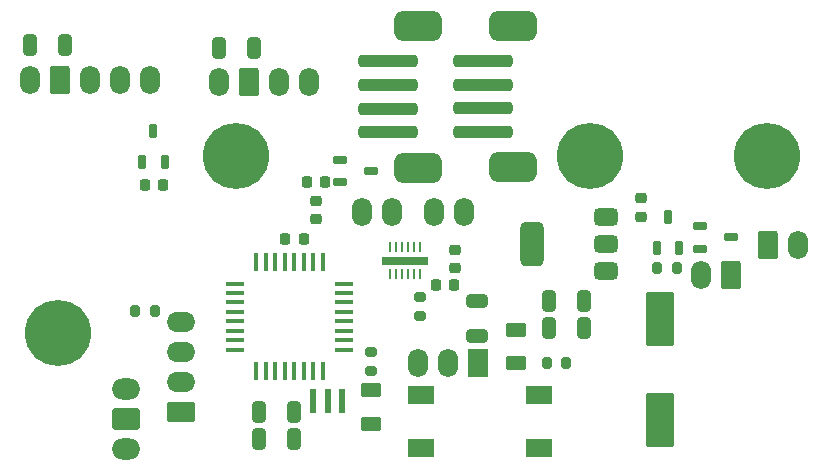
<source format=gbr>
%TF.GenerationSoftware,KiCad,Pcbnew,9.0.6*%
%TF.CreationDate,2026-01-16T11:33:12+01:00*%
%TF.ProjectId,PhatBoy_kicad_mark2025,50686174-426f-4795-9f6b-696361645f6d,rev?*%
%TF.SameCoordinates,Original*%
%TF.FileFunction,Soldermask,Top*%
%TF.FilePolarity,Negative*%
%FSLAX46Y46*%
G04 Gerber Fmt 4.6, Leading zero omitted, Abs format (unit mm)*
G04 Created by KiCad (PCBNEW 9.0.6) date 2026-01-16 11:33:12*
%MOMM*%
%LPD*%
G01*
G04 APERTURE LIST*
G04 Aperture macros list*
%AMRoundRect*
0 Rectangle with rounded corners*
0 $1 Rounding radius*
0 $2 $3 $4 $5 $6 $7 $8 $9 X,Y pos of 4 corners*
0 Add a 4 corners polygon primitive as box body*
4,1,4,$2,$3,$4,$5,$6,$7,$8,$9,$2,$3,0*
0 Add four circle primitives for the rounded corners*
1,1,$1+$1,$2,$3*
1,1,$1+$1,$4,$5*
1,1,$1+$1,$6,$7*
1,1,$1+$1,$8,$9*
0 Add four rect primitives between the rounded corners*
20,1,$1+$1,$2,$3,$4,$5,0*
20,1,$1+$1,$4,$5,$6,$7,0*
20,1,$1+$1,$6,$7,$8,$9,0*
20,1,$1+$1,$8,$9,$2,$3,0*%
G04 Aperture macros list end*
%ADD10RoundRect,0.225000X-0.225000X-0.250000X0.225000X-0.250000X0.225000X0.250000X-0.225000X0.250000X0*%
%ADD11RoundRect,0.250000X0.625000X-0.375000X0.625000X0.375000X-0.625000X0.375000X-0.625000X-0.375000X0*%
%ADD12RoundRect,0.200000X0.200000X0.275000X-0.200000X0.275000X-0.200000X-0.275000X0.200000X-0.275000X0*%
%ADD13RoundRect,0.250000X-0.650000X0.325000X-0.650000X-0.325000X0.650000X-0.325000X0.650000X0.325000X0*%
%ADD14RoundRect,0.162500X-0.447500X-0.162500X0.447500X-0.162500X0.447500X0.162500X-0.447500X0.162500X0*%
%ADD15RoundRect,0.250000X-0.325000X-0.650000X0.325000X-0.650000X0.325000X0.650000X-0.325000X0.650000X0*%
%ADD16R,0.279400X0.900000*%
%ADD17R,4.000000X0.800000*%
%ADD18RoundRect,0.162500X0.162500X-0.447500X0.162500X0.447500X-0.162500X0.447500X-0.162500X-0.447500X0*%
%ADD19RoundRect,0.225000X0.250000X-0.225000X0.250000X0.225000X-0.250000X0.225000X-0.250000X-0.225000X0*%
%ADD20RoundRect,0.625000X-1.375000X0.625000X-1.375000X-0.625000X1.375000X-0.625000X1.375000X0.625000X0*%
%ADD21RoundRect,0.250000X-2.250000X0.250000X-2.250000X-0.250000X2.250000X-0.250000X2.250000X0.250000X0*%
%ADD22C,5.600000*%
%ADD23RoundRect,0.375000X0.625000X0.375000X-0.625000X0.375000X-0.625000X-0.375000X0.625000X-0.375000X0*%
%ADD24RoundRect,0.500000X0.500000X1.400000X-0.500000X1.400000X-0.500000X-1.400000X0.500000X-1.400000X0*%
%ADD25O,1.700000X2.400000*%
%ADD26RoundRect,0.250000X-0.600000X0.950000X-0.600000X-0.950000X0.600000X-0.950000X0.600000X0.950000X0*%
%ADD27RoundRect,0.245000X-0.980000X2.055000X-0.980000X-2.055000X0.980000X-2.055000X0.980000X2.055000X0*%
%ADD28RoundRect,0.200000X-0.275000X0.200000X-0.275000X-0.200000X0.275000X-0.200000X0.275000X0.200000X0*%
%ADD29R,2.200000X1.500000*%
%ADD30RoundRect,0.200000X-0.200000X-0.275000X0.200000X-0.275000X0.200000X0.275000X-0.200000X0.275000X0*%
%ADD31O,2.400000X1.800000*%
%ADD32RoundRect,0.250000X0.950000X-0.650000X0.950000X0.650000X-0.950000X0.650000X-0.950000X-0.650000X0*%
%ADD33O,2.400000X1.700000*%
%ADD34RoundRect,0.250000X-0.950000X-0.600000X0.950000X-0.600000X0.950000X0.600000X-0.950000X0.600000X0*%
%ADD35R,0.600000X2.100000*%
%ADD36R,0.450000X1.500000*%
%ADD37R,1.500000X0.450000*%
%ADD38RoundRect,0.250000X0.600000X-0.950000X0.600000X0.950000X-0.600000X0.950000X-0.600000X-0.950000X0*%
%ADD39R,1.700000X2.400000*%
G04 APERTURE END LIST*
D10*
%TO.C,R3*%
X59220000Y-87000000D03*
X60770000Y-87000000D03*
%TD*%
D11*
%TO.C,D2*%
X66430000Y-102640000D03*
X66430000Y-99840000D03*
%TD*%
D12*
%TO.C,R11*%
X92341176Y-89505686D03*
X90691176Y-89505686D03*
%TD*%
D10*
%TO.C,R9*%
X61020000Y-82230000D03*
X62570000Y-82230000D03*
%TD*%
D13*
%TO.C,C8*%
X75480000Y-92300000D03*
X75480000Y-95250000D03*
%TD*%
D10*
%TO.C,C16*%
X71985000Y-90885000D03*
X73535000Y-90885000D03*
%TD*%
D14*
%TO.C,Q1*%
X63870000Y-80330000D03*
X63870000Y-82230000D03*
X66490000Y-81280000D03*
%TD*%
D15*
%TO.C,C5*%
X53575000Y-70820000D03*
X56525000Y-70820000D03*
%TD*%
D16*
%TO.C,U4*%
X70589680Y-87705980D03*
X70089300Y-87705980D03*
X69588920Y-87705980D03*
X69091080Y-87705980D03*
X68590700Y-87705980D03*
D17*
X69340000Y-88855000D03*
D16*
X68090320Y-87705980D03*
X68090320Y-90004020D03*
X68590700Y-90004020D03*
X69091080Y-90004020D03*
X69588920Y-90004020D03*
X70089300Y-90004020D03*
X70589680Y-90004020D03*
%TD*%
D15*
%TO.C,C14*%
X57005000Y-103952233D03*
X59955000Y-103952233D03*
%TD*%
D18*
%TO.C,Q2*%
X47090000Y-80470000D03*
X48990000Y-80470000D03*
X48040000Y-77850000D03*
%TD*%
D19*
%TO.C,C2*%
X89325000Y-85125000D03*
X89325000Y-83575000D03*
%TD*%
D20*
%TO.C,J13*%
X78510000Y-68960000D03*
X78510000Y-80960000D03*
D21*
X75960000Y-71960000D03*
X75960000Y-73960000D03*
X75960000Y-75960000D03*
X75960000Y-77960000D03*
%TD*%
D20*
%TO.C,J2*%
X70480000Y-68970000D03*
X70480000Y-80970000D03*
D21*
X67930000Y-71970000D03*
X67930000Y-73970000D03*
X67930000Y-75970000D03*
X67930000Y-77970000D03*
%TD*%
D22*
%TO.C,H1*%
X85000000Y-80000000D03*
%TD*%
%TO.C,H4*%
X40000000Y-95000000D03*
%TD*%
D23*
%TO.C,U3*%
X86390000Y-89740000D03*
X86390000Y-87440000D03*
D24*
X80090000Y-87440000D03*
D23*
X86390000Y-85140000D03*
%TD*%
D25*
%TO.C,J11*%
X102650000Y-87525000D03*
D26*
X100110000Y-87525000D03*
%TD*%
D15*
%TO.C,C13*%
X81525000Y-94580000D03*
X84475000Y-94580000D03*
%TD*%
%TO.C,C6*%
X37595000Y-70630000D03*
X40545000Y-70630000D03*
%TD*%
D18*
%TO.C,S2*%
X90685412Y-87804984D03*
X92585412Y-87804984D03*
X91635412Y-85184984D03*
%TD*%
D22*
%TO.C,H3*%
X100000000Y-80000000D03*
%TD*%
D27*
%TO.C,C1*%
X90925000Y-93780000D03*
X90925000Y-102380000D03*
%TD*%
D28*
%TO.C,R6*%
X66430000Y-96570000D03*
X66430000Y-98220000D03*
%TD*%
D19*
%TO.C,C15*%
X73550000Y-89490000D03*
X73550000Y-87940000D03*
%TD*%
%TO.C,R1*%
X61800000Y-85315000D03*
X61800000Y-83765000D03*
%TD*%
D29*
%TO.C,SW1*%
X80690000Y-104730000D03*
X70690000Y-104730000D03*
X80690000Y-100230000D03*
X70690000Y-100230000D03*
%TD*%
D30*
%TO.C,R5*%
X81370000Y-97480000D03*
X83020000Y-97480000D03*
%TD*%
D31*
%TO.C,U5*%
X45699489Y-104807024D03*
D32*
X45699489Y-102267024D03*
D31*
X45699489Y-99727024D03*
%TD*%
D28*
%TO.C,R2*%
X70610000Y-91900000D03*
X70610000Y-93550000D03*
%TD*%
D11*
%TO.C,D1*%
X78740000Y-97490000D03*
X78740000Y-94690000D03*
%TD*%
D30*
%TO.C,R8*%
X46500432Y-93087835D03*
X48150432Y-93087835D03*
%TD*%
D10*
%TO.C,R4*%
X47325000Y-82470000D03*
X48875000Y-82470000D03*
%TD*%
D33*
%TO.C,J7*%
X50393285Y-94002276D03*
X50393285Y-96542276D03*
X50393285Y-99082276D03*
D34*
X50393285Y-101622276D03*
%TD*%
D35*
%TO.C,Y1*%
X61595000Y-100750000D03*
X62795000Y-100750000D03*
X63995000Y-100750000D03*
%TD*%
D15*
%TO.C,C3*%
X81525000Y-92240000D03*
X84475000Y-92240000D03*
%TD*%
D14*
%TO.C,S1*%
X94290000Y-85932500D03*
X94290000Y-87832500D03*
X96910000Y-86882500D03*
%TD*%
D36*
%TO.C,U1*%
X56770000Y-98190000D03*
X57570000Y-98190000D03*
X58370000Y-98190000D03*
X59170000Y-98190000D03*
X59970000Y-98190000D03*
X60770000Y-98190000D03*
X61570000Y-98190000D03*
X62370000Y-98190000D03*
D37*
X64170000Y-96390000D03*
X64170000Y-95590000D03*
X64170000Y-94790000D03*
X64170000Y-93990000D03*
X64170000Y-93190000D03*
X64170000Y-92390000D03*
X64170000Y-91590000D03*
X64170000Y-90790000D03*
D36*
X62370000Y-88990000D03*
X61570000Y-88990000D03*
X60770000Y-88990000D03*
X59970000Y-88990000D03*
X59170000Y-88990000D03*
X58370000Y-88990000D03*
X57570000Y-88990000D03*
X56770000Y-88990000D03*
D37*
X54970000Y-90790000D03*
X54970000Y-91590000D03*
X54970000Y-92390000D03*
X54970000Y-93190000D03*
X54970000Y-93990000D03*
X54970000Y-94790000D03*
X54970000Y-95590000D03*
X54970000Y-96390000D03*
%TD*%
D15*
%TO.C,C4*%
X57005000Y-101672233D03*
X59955000Y-101672233D03*
%TD*%
D22*
%TO.C,H2*%
X55000000Y-80000000D03*
%TD*%
D25*
%TO.C,J6*%
X61250000Y-73725000D03*
X58710000Y-73725000D03*
D38*
X56170000Y-73725000D03*
D25*
X53630000Y-73725000D03*
%TD*%
%TO.C,J12*%
X94375000Y-90075000D03*
D26*
X96915000Y-90075000D03*
%TD*%
D25*
%TO.C,J1*%
X47737206Y-73544687D03*
X45197206Y-73544687D03*
X42657206Y-73544687D03*
D38*
X40117206Y-73544687D03*
D25*
X37577206Y-73544687D03*
%TD*%
%TO.C,J3*%
X74350000Y-84690000D03*
X71810000Y-84690000D03*
%TD*%
%TO.C,J4*%
X68240000Y-84690000D03*
X65700000Y-84690000D03*
%TD*%
%TO.C,J8*%
X70430000Y-97485000D03*
X72970000Y-97485000D03*
D39*
X75510000Y-97485000D03*
%TD*%
M02*

</source>
